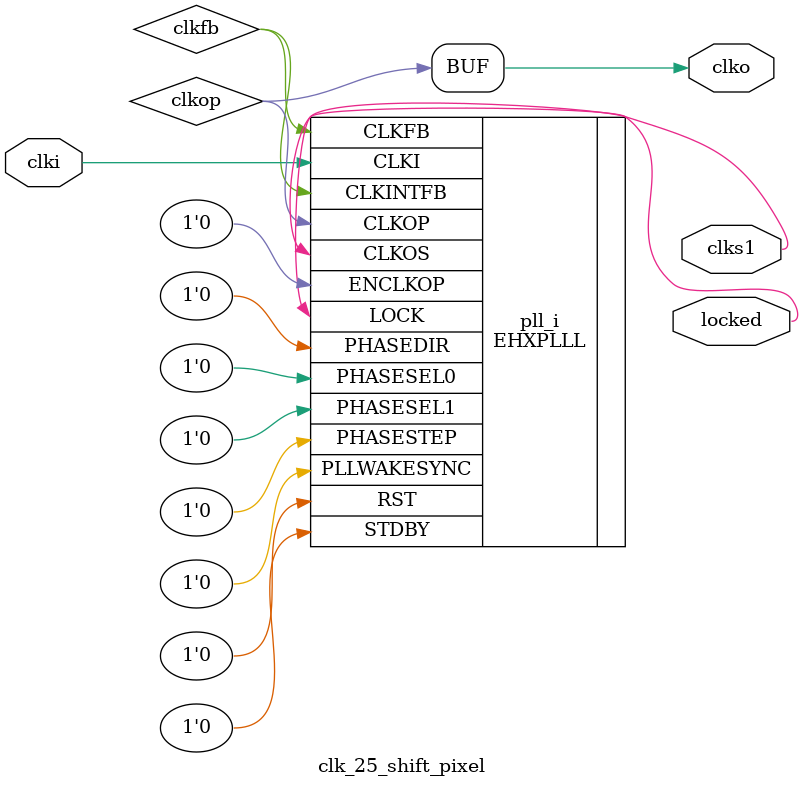
<source format=v>
module clk_25_shift_pixel(input clki, 
    output clks1,
    output locked,
    output clko
);
wire clkfb;
wire clkos;
wire clkop;
(* ICP_CURRENT="12" *) (* LPF_RESISTOR="8" *) (* MFG_ENABLE_FILTEROPAMP="1" *) (* MFG_GMCREF_SEL="2" *)
EHXPLLL #(
        .PLLRST_ENA("DISABLED"),
        .INTFB_WAKE("DISABLED"),
        .STDBY_ENABLE("DISABLED"),
        .DPHASE_SOURCE("DISABLED"),
        .CLKOP_FPHASE(0),
        .CLKOP_CPHASE(0),
        .OUTDIVIDER_MUXA("DIVA"),
        .CLKOP_ENABLE("ENABLED"),
        .CLKOP_DIV(2),
        .CLKOS_ENABLE("ENABLED"),
        .CLKOS_DIV(10),
        .CLKOS_CPHASE(0),
        .CLKOS_FPHASE(0),
        .CLKFB_DIV(15),
        .CLKI_DIV(1),
        .FEEDBK_PATH("INT_OP")
    ) pll_i (
        .CLKI(clki),
        .CLKFB(clkfb),
        .CLKINTFB(clkfb),
        .CLKOP(clkop),
        .CLKOS(clks1),
        .RST(1'b0),
        .STDBY(1'b0),
        .PHASESEL0(1'b0),
        .PHASESEL1(1'b0),
        .PHASEDIR(1'b0),
        .PHASESTEP(1'b0),
        .PLLWAKESYNC(1'b0),
        .ENCLKOP(1'b0),
        .LOCK(locked)
	);
assign clko = clkop;
endmodule

</source>
